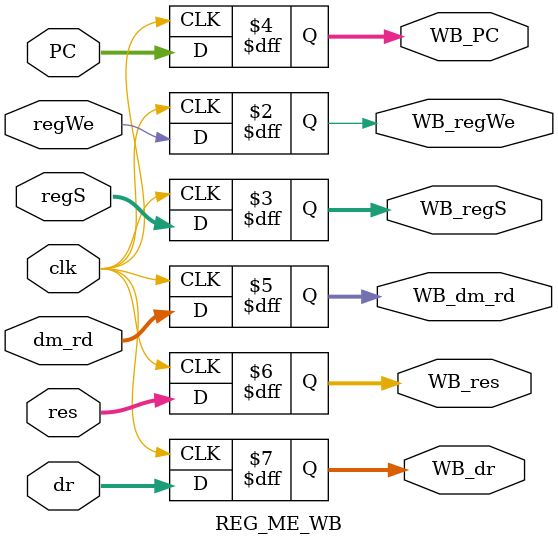
<source format=v>
`timescale 1ns / 1ps


module REG_ME_WB(
    input clk,
    input regWe,
    input [1:0] regS,
    input [31:0] PC,
    input [31:0] dm_rd,
    input [31:0] res,
    input [4:0] dr,
    output reg WB_regWe,
    output reg [1:0] WB_regS,
    output reg [31:0] WB_PC,
    output reg [31:0] WB_dm_rd,
    output reg [31:0] WB_res,
    output reg [4:0] WB_dr
);

always @(posedge clk) begin
    WB_regWe <= regWe;
    WB_regS <= regS;
    WB_PC <= PC;
    WB_dm_rd <= dm_rd;
    WB_res <= res;
    WB_dr <= dr;
end

endmodule

</source>
